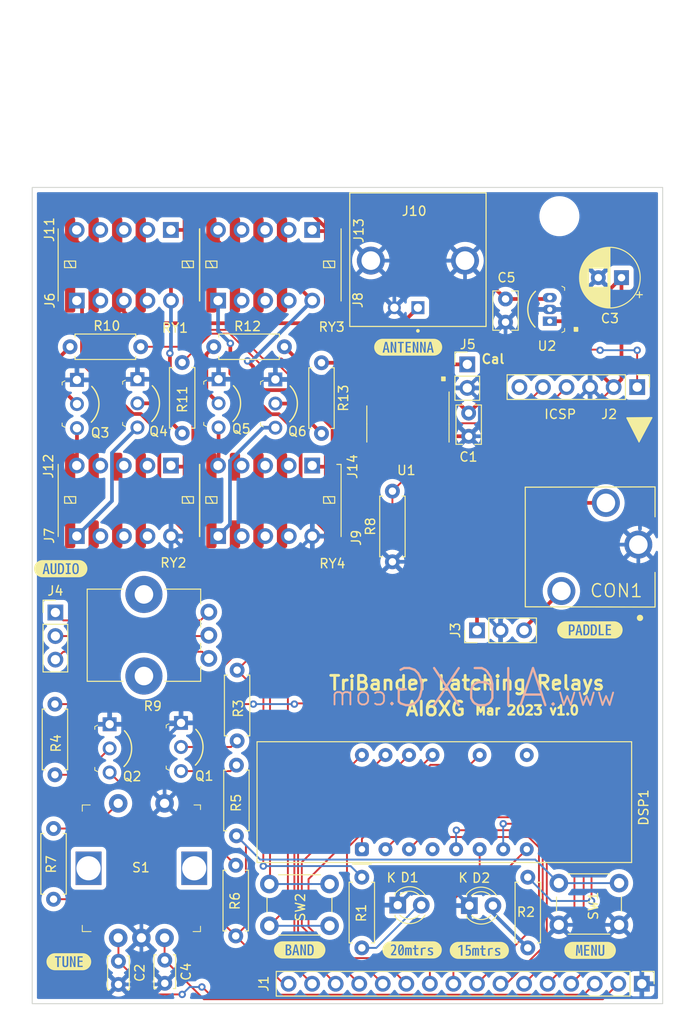
<source format=kicad_pcb>
(kicad_pcb (version 20211014) (generator pcbnew)
  (layers (0 "F.Cu" signal) (31 "B.Cu" signal) (34 "B.Paste" user) (35 "F.Paste" user) (36 "B.SilkS" user "B.Silkscreen") (37 "F.SilkS" user "F.Silkscreen") (38 "B.Mask" user) (39 "F.Mask" user) (44 "Edge.Cuts" user))
  (net 0 "")
  (net 1 "Net-(Q6-Pad2)")
  (net 2 "R4.7")
  (net 3 "GND")
  (net 4 "Net-(Q5-Pad2)")
  (net 5 "R4.6")
  (net 6 "Net-(Q4-Pad2)")
  (net 7 "R2.7")
  (net 8 "Net-(Q3-Pad2)")
  (net 9 "R2.6")
  (net 10 "Net-(Q2-Pad2)")
  (net 11 "Net-(Q2-Pad3)")
  (net 12 "Net-(Q1-Pad2)")
  (net 13 "Net-(Q1-Pad3)")
  (net 14 "VDD")
  (net 15 "+5V")
  (net 17 "Net-(R7-Pad2)")
  (net 18 "ECa")
  (net 19 "ECb")
  (net 20 "R3.3")
  (net 21 "R3.4")
  (net 22 "R3.5")
  (net 23 "R3.6")
  (net 24 "R3.7")
  (net 25 "R3.8")
  (net 26 "R3.9")
  (net 27 "R3.10")
  (net 28 "R4.3")
  (net 29 "R4.4")
  (net 30 "R4.5")
  (net 31 "R4.8")
  (net 32 "R4.9")
  (net 33 "R4.10")
  (net 34 "R1.6")
  (net 35 "R2.3")
  (net 36 "R2.4")
  (net 37 "R2.5")
  (net 38 "R2.8")
  (net 39 "R2.9")
  (net 40 "R2.10")
  (net 41 "R1.7")
  (net 42 "R1.3")
  (net 43 "R1.4")
  (net 44 "R1.5")
  (net 45 "R1.8")
  (net 46 "R1.9")
  (net 47 "R1.10")
  (net 48 "Vol1")
  (net 49 "Wiper")
  (net 50 "Vol3")
  (net 51 "Net-(R8-Pad2)")
  (net 53 "VPP")
  (net 54 "R34r")
  (net 55 "R34s")
  (net 56 "Cal")
  (net 57 "15m")
  (net 58 "20m")
  (net 59 "R12r")
  (net 60 "R12s")
  (net 61 "ICSPCLK")
  (net 62 "ICSPDAT")
  (net 63 "Net-(D1-Pad2)")
  (net 64 "Net-(D2-Pad2)")
  (net 65 "D1")
  (net 66 "D2")
  (net 67 "d")
  (net 69 "e")
  (net 70 "D3")
  (net 71 "dp")
  (net 72 "D4")
  (net 74 "f")
  (net 75 "c")
  (net 76 "a")
  (net 77 "g")
  (net 78 "b")
  (net 79 "SW")
  (net 81 "Dit")
  (net 82 "Dah")
  (footprint "digikey-footprints:Rotary_Encoder_Switched_PEC11R" (layer "F.Cu") (at 56.525 122.9)
    (fp_text reference "S1")
    (fp_text value "Encoder" hide)
  )
  (footprint "Package_SO:SOIC-14_3.9x8.7mm_P1.27mm" (layer "F.Cu") (at 90.975 75 -90)
    (fp_text reference "U1")
    (fp_text value "PIC16F688-ISL" hide)
  )
  (footprint "kibuzzard-6406DC2D" (layer "F.Cu") (at 53.525 90.6)
    (fp_text reference "kibuzzard-6406DC2D" hide)
    (fp_text value "G***" hide)
  )
  (footprint "AI6XG:R THT .25W minP" (layer "F.Cu") (at 72.55 101.54 -90)
    (fp_text reference "R3")
    (fp_text value "4k7" hide)
  )
  (footprint "Potentiometer_THT:Potentiometer_Bourns_PTV09A-1_Single_Vertical" (layer "F.Cu") (at 69.5 95.275 180)
    (fp_text reference "R9")
    (fp_text value "10k" hide)
  )
  (footprint "CUI_SJ1-3523:CUI_SJ1-3513N round pin" (layer "F.Cu") (at 115.825 88.0071 180)
    (fp_text reference "CON1")
    (fp_text value "Paddle" hide)
  )
  (footprint "Connector_PinHeader_2.54mm:PinHeader_1x05_P2.54mm_Vertical" (layer "F.Cu") (at 55.26 87.09 90)
    (fp_text reference "J7")
    (fp_text value "Conn_01x05" hide)
  )
  (footprint "Capacitor_THT:C_Rect_L4.0mm_W2.5mm_P2.50mm" (layer "F.Cu") (at 101.5 61.525 -90)
    (fp_text reference "C5")
    (fp_text value "0.1u" hide)
  )
  (footprint "Connector_PinHeader_2.54mm:PinHeader_1x05_P2.54mm_Vertical" (layer "F.Cu") (at 80.645 54.08 -90)
    (fp_text reference "J13")
    (fp_text value "Conn_01x05" hide)
  )
  (footprint "Connector_PinHeader_2.54mm:PinHeader_1x16_P2.54mm_Vertical" (layer "F.Cu") (at 116.2 135.35 -90)
    (fp_text reference "J1")
    (fp_text value "Conn_01x16" hide)
  )
  (footprint "AI6XG:R THT .25W minP" (layer "F.Cu") (at 62.15 66.675 180)
    (fp_text reference "R10")
    (fp_text value "4k7" hide)
  )
  (footprint "Relay_SMD:Relay_DPDT_Kemet_EE2_NU_DoubleCoil" (layer "F.Cu") (at 60.89 83.245 -90)
    (fp_text reference "RY2")
    (fp_text value "TX2SA-L2-5" hide)
  )
  (footprint "Connector_PinHeader_2.54mm:PinHeader_1x06_P2.54mm_Vertical" (layer "F.Cu") (at 115.7 71.025 -90)
    (fp_text reference "J2")
    (fp_text value "ICSP" hide)
  )
  (footprint "AI6XG:R THT .25W minP" (layer "F.Cu") (at 89.3 89.86 90)
    (fp_text reference "R8")
    (fp_text value "10k" hide)
  )
  (footprint "Connector_PinHeader_2.54mm:PinHeader_1x05_P2.54mm_Vertical" (layer "F.Cu") (at 65.41 79.48 -90)
    (fp_text reference "J12")
    (fp_text value "Conn_01x05" hide)
  )
  (footprint "Connector_PinHeader_2.54mm:PinHeader_1x05_P2.54mm_Vertical" (layer "F.Cu") (at 70.495 61.7 90)
    (fp_text reference "J8")
    (fp_text value "Conn_01x05" hide)
  )
  (footprint "AI6XG:R THT .25W minP" (layer "F.Cu") (at 81.65 68.4 -90)
    (fp_text reference "R13")
    (fp_text value "4k7" hide)
  )
  (footprint "AI6XG:R THT .25W minP" (layer "F.Cu") (at 52.9 105.2 -90)
    (fp_text reference "R4")
    (fp_text value "4k7" hide)
  )
  (footprint "Connector_PinHeader_2.54mm:PinHeader_1x02_P2.54mm_Vertical" (layer "F.Cu") (at 97.375 68.575)
    (fp_text reference "J5")
    (fp_text value "Cal_Out" hide)
  )
  (footprint "digikey-footprints:TO-92-3_Formed_Leads" (layer "F.Cu") (at 58.8 107.375 -90)
    (fp_text reference "Q2")
    (fp_text value "2N4401TFR" hide)
  )
  (footprint "Capacitor_THT:CP_Radial_D6.3mm_P2.50mm" (layer "F.Cu") (at 114.00738 59.225 180)
    (fp_text reference "C3")
    (fp_text value "10u 16V" hide)
  )
  (footprint "kibuzzard-6406DA0A" (layer "F.Cu") (at 110.625 131.75)
    (fp_text reference "kibuzzard-6406DA0A" hide)
    (fp_text value "G***" hide)
  )
  (footprint "Connector_PinHeader_2.54mm:PinHeader_1x05_P2.54mm_Vertical" (layer "F.Cu") (at 70.5 87.09 90)
    (fp_text reference "J9")
    (fp_text value "Conn_01x05" hide)
  )
  (footprint "MountingHole:MountingHole_3.5mm" (layer "F.Cu") (at 107.31 52.6)
    (fp_text reference "REF**" hide)
    (fp_text value "MountingHole_3.5mm" hide)
  )
  (footprint "Connector_PinHeader_2.54mm:PinHeader_1x03_P2.54mm_Vertical" (layer "F.Cu") (at 52.95 95.325)
    (fp_text reference "J4")
    (fp_text value "Volume" hide)
  )
  (footprint "Capacitor_THT:C_Disc_D3.4mm_W2.1mm_P2.50mm" (layer "F.Cu") (at 59.75 132.925 -90)
    (fp_text reference "C2")
    (fp_text value ".001u" hide)
  )
  (footprint "AI6XG:R THT .25W minP" (layer "F.Cu") (at 66.625 68.375 -90)
    (fp_text reference "R11")
    (fp_text value "4k7" hide)
  )
  (footprint "AI6XG:R THT .25W minP" (layer "F.Cu") (at 52.75 126.235 90)
    (fp_text reference "R7")
    (fp_text value "10k" hide)
  )
  (footprint "Display_7Segment:LTC-4627Jx" (layer "F.Cu") (at 86.01 120.8475 90)
    (fp_text reference "DSP1")
    (fp_text value "LTC-4627JR" hide)
  )
  (footprint "kibuzzard-6406D9A6" (layer "F.Cu") (at 110.6 97.2)
    (fp_text reference "kibuzzard-6406D9A6" hide)
    (fp_text value "G***" hide)
  )
  (footprint "digikey-footprints:TO-92-3_Formed_Leads" (layer "F.Cu") (at 70.55 70.175 -90)
    (fp_text reference "Q5")
    (fp_text value "2N4401TFR" hide)
  )
  (footprint "Button_Switch_THT:SW_PUSH_6mm" (layer "F.Cu") (at 76.025 124.6)
    (fp_text reference "SW2")
    (fp_text value "Band Select" hide)
  )
  (footprint "AI6XG:R THT .25W minP" (layer "F.Cu") (at 77.65 66.675 180)
    (fp_text reference "R12")
    (fp_text value "4k7" hide)
  )
  (footprint "LED_THT:LED_D3.0mm" (layer "F.Cu") (at 97.6 126.925)
    (fp_text reference "D2")
    (fp_text value "LED" hide)
  )
  (footprint "AI6XG:CONN_1-1337543-0" (layer "F.Cu") (at 92.05 62.4665 -90)
    (fp_text reference "J10")
    (fp_text value "Antenna" hide)
  )
  (footprint "Capacitor_THT:C_Rect_L4.0mm_W2.5mm_P2.50mm" (layer "F.Cu") (at 97.525 73.825 -90)
    (fp_text reference "C1")
    (fp_text value "0.1u" hide)
  )
  (footprint "AI6XG:R THT .25W minP" (layer "F.Cu") (at 72.475 119.4 90)
    (fp_text reference "R5")
    (fp_text value "47k" hide)
  )
  (footprint "Connector_PinHeader_2.54mm:PinHeader_1x05_P2.54mm_Vertical" (layer "F.Cu") (at 80.65 79.48 -90)
    (fp_text reference "J14")
    (fp_text value "Conn_01x05" hide)
  )
  (footprint "digikey-footprints:TO-92-3_Formed_Leads" (layer "F.Cu") (at 55.275 70.25 -90)
    (fp_text reference "Q3")
    (fp_text value "2N4401TFR" hide)
  )
  (footprint "kibuzzard-6406DC87" (layer "F.Cu") (at 91 66.725)
    (fp_text reference "kibuzzard-6406DC87" hide)
    (fp_text value "G***" hide)
  )
  (footprint "Capacitor_THT:C_Disc_D3.4mm_W2.1mm_P2.50mm" (layer "F.Cu") (at 64.75 132.8 -90)
    (fp_text reference "C4")
    (fp_text value ".001u" hide)
  )
  (footprint "kibuzzard-6406D9EC" (layer "F.Cu") (at 79.3 131.7)
    (fp_text reference "kibuzzard-6406D9EC" hide)
    (fp_text value "G***" hide)
  )
  (footprint "digikey-footprints:TO-92-3" (layer "F.Cu") (at 106.275 63.92 90)
    (fp_text reference "U2")
    (fp_text value "LM78L05ACZ_NOPB" hide)
  )
  (footprint "Relay_SMD:Relay_DPDT_Kemet_EE2_NU_DoubleCoil" (layer "F.Cu") (at 76.125 57.85 -90)
    (fp_text reference "RY3")
    (fp_text value "TX2SA-L2-5" hide)
  )
  (footprint "Button_Switch_THT:SW_PUSH_6mm" (layer "F.Cu") (at 107.25 124.5)
    (fp_text reference "SW1")
    (fp_text value "Menu" hide)
  )
  (footprint "AI6XG:R THT .25W minP" (layer "F.Cu") (at 103.9 131.485 90)
    (fp_text reference "R2")
    (fp_text value "2k2" hide)
  )
  (footprint "LED_THT:LED_D3.0mm" (layer "F.Cu") (at 89.875 126.875)
    (fp_text reference "D1")
    (fp_text value "LED" hide)
  )
  (footprint "Connector_PinHeader_2.54mm:PinHeader_1x03_P2.54mm_Vertical" (layer "F.Cu") (at 98.425 97.25 90)
    (fp_text reference "J3")
    (fp_text value "Paddle" hide)
  )
  (footprint "Relay_SMD:Relay_DPDT_Kemet_EE2_NU_DoubleCoil" (layer "F.Cu") (at 76.125 83.25 -90)
    (fp_text reference "RY4")
    (fp_text value "TX2SA-L2-5" hide)
  )
  (footprint "kibuzzard-6406DC4B" (layer "F.Cu") (at 91.425 131.7)
    (fp_text reference "kibuzzard-6406DC4B" hide)
    (fp_text value "G***" hide)
  )
  (footprint "AI6XG:R THT .25W minP" (layer "F.Cu") (at 72.4 130.195 90)
    (fp_text reference "R6")
    (fp_text value "33k" hide)
  )
  (footprint "digikey-footprints:TO-92-3_Formed_Leads" (layer "F.Cu") (at 66.5 107.225 -90)
    (fp_text reference "Q1")
    (fp_text value "2N4401TFR" hide)
  )
  (footprint "Connector_PinHeader_2.54mm:PinHeader_1x05_P2.54mm_Vertical" (layer "F.Cu") (at 65.405 54.08 -90)
    (fp_text reference "J11")
    (fp_text value "Conn_01x05" hide)
  )
  (footprint "AI6XG:R THT .25W minP" (layer "F.Cu") (at 86 131.485 90)
    (fp_text reference "R1")
    (fp_text value "2k2" hide)
  )
  (footprint "kibuzzard-6407CA45" (layer "F.Cu") (at 54.4 132.975)
    (fp_text reference "kibuzzard-6407CA45" hide)
    (fp_text value "G***" hide)
  )
  (footprint "digikey-footprints:TO-92-3_Formed_Leads" (layer "F.Cu") (at 76.675 70.2 -90)
    (fp_text reference "Q6")
    (fp_text value "2N4401TFR" hide)
  )
  (footprint "digikey-footprints:TO-92-3_Formed_Leads" (layer "F.Cu") (at 61.8 70.175 -90)
    (fp_text reference "Q4")
    (fp_text value "2N4401TFR" hide)
  )
  (footprint "kibuzzard-6406DC57" (layer "F.Cu") (at 98.675 131.75)
    (fp_text reference "kibuzzard-6406DC57" hide)
    (fp_text value "G***" hide)
  )
  (footprint "Connector_PinHeader_2.54mm:PinHeader_1x05_P2.54mm_Vertical" (layer "F.Cu") (at 55.255 61.7 90)
    (fp_text reference "J6")
    (fp_text value "Conn_01x05" hide)
  )
  (footprint "Relay_SMD:Relay_DPDT_Kemet_EE2_NU_DoubleCoil" (layer "F.Cu") (at 60.885 57.85 -90)
    (fp_text reference "RY1")
    (fp_text value "TX2SA-L2-5" hide)
  )
  (gr_rect (start 94.625 69.95) (end 94.975 70.325) (layer "F.SilkS") (width 0.15) (fill solid))
  (gr_poly (pts (xy 115.9 76.9) (xy 114.6 74.35) (xy 117.275 74.325)) (layer "F.SilkS") (width 0.15) (fill solid))
  (gr_rect (start 108.925 64.6125) (end 109.275 64.9875) (layer "F.SilkS") (width 0.15) (fill solid))
  (gr_rect (start 118.35 137.5) (end 118.35 137.5) (layer "Edge.Cuts") (width 0.1) (fill none))
  (gr_rect (start 50.45 49.5) (end 118.45 137.5) (layer "Edge.Cuts") (width 0.1) (fill none))
  (gr_text "www." (at 109.775 104.375) (layer "B.SilkS") (effects (font (size 2 2) (thickness 0.2)) (justify mirror)))
  (gr_text "AI6XG" (at 97.7 103.475) (layer "B.SilkS") (effects (font (size 4 4) (thickness 0.25)) (justify mirror)))
  (gr_text ".com" (at 86.15 104.325) (layer "B.SilkS") (effects (font (size 2 2) (thickness 0.2)) (justify mirror)))
  (gr_text "AI6XG" (at 93.95 105.7) (layer "F.SilkS") (effects (font (size 1.5 1.5) (thickness 0.3))))
  (gr_text "K" (at 96.925 123.925) (layer "F.SilkS") (effects (font (size 1 1))))
  (gr_text "K" (at 89.175 123.925) (layer "F.SilkS") (effects (font (size 1 1))))
  (gr_text "Mar 2023 v1.0" (at 103.825 105.875) (layer "F.SilkS") (effects (font (size 1 1) (thickness 0.25))))
  (gr_text "ICSP" (at 107.4 73.95) (layer "F.SilkS") (effects (font (size 1 1))))
  (gr_text "Cal" (at 100.15 68) (layer "F.SilkS") (effects (font (size 1 1) (thickness 0.2))))
  (gr_text "TriBander Latching Relays" (at 97.325 102.925) (layer "F.SilkS") (effects (font (size 1.5 1.5) (thickness 0.3))))
  (segment (start 78.43 72.8) (end 81.65 76.02) (width 0.4) (layer "F.Cu") (net 1))
  (segment (start 76.675 72.8) (end 78.43 72.8) (width 0.4) (layer "F.Cu") (net 1))
  (segment (start 69.97 87.09) (end 69.775 86.895) (width 0.4) (layer "F.Cu") (net 2))
  (segment (start 70.5 87.09) (end 69.97 87.09) (width 0.4) (layer "F.Cu") (net 2))
  (segment (start 76.675 75.4) (end 75.342233 75.4) (width 0.4) (layer "B.Cu") (net 2))
  (segment (start 71.78 85.81) (end 70.5 87.09) (width 0.4) (layer "B.Cu") (net 2))
  (segment (start 75.342233 75.4) (end 71.78 78.962233) (width 0.4) (layer "B.Cu") (net 2))
  (segment (start 71.78 78.962233) (end 71.78 85.81) (width 0.4) (layer "B.Cu") (net 2))
  (segment (start 95.935 76.325) (end 94.785 77.475) (width 0.4) (layer "F.Cu") (net 3))
  (segment (start 97.525 76.325) (end 95.935 76.325) (width 0.4) (layer "F.Cu") (net 3))
  (segment (start 93.575 89.86) (end 100.965 97.25) (width 0.4) (layer "B.Cu") (net 3))
  (segment (start 55.275 70.25) (end 61.725 70.25) (width 0.4) (layer "B.Cu") (net 3))
  (segment (start 101.5 66.99) (end 101.5 64.025) (width 0.4) (layer "B.Cu") (net 3))
  (segment (start 86.97 57.3865) (end 97.13 57.3865) (width 0.4) (layer "B.Cu") (net 3))
  (segment (start 98.725 75.125) (end 98.725 72.465) (width 0.4) (layer "B.Cu") (net 3))
  (segment (start 62.225 130.4) (end 62.225 132.775) (width 0.4) (layer "B.Cu") (net 3))
  (segment (start 96.25 125.575) (end 91.175 125.575) (width 0.4) (layer "B.Cu") (net 3))
  (segment (start 89.51 62.4665) (end 94.59 57.3865) (width 0.4) (layer "B.Cu") (net 3))
  (segment (start 65.42 87.09) (end 67.63 89.3) (width 0.4) (layer "B.Cu") (net 3))
  (segment (start 115.825 126.925) (end 115.825 88.0071) (width 0.4) (layer "B.Cu") (net 3))
  (segment (start 113.75 129) (end 115.825 126.925) (width 0.4) (layer "B.Cu") (net 3))
  (segment (start 66.5 107.225) (end 64.725 109) (width 0.4) (layer "B.Cu") (net 3))
  (segment (start 97.525 76.325) (end 105.32 76.325) (width 0.4) (layer "B.Cu") (net 3))
  (segment (start 66.5 107.225) (end 66.5 88.17) (width 0.4) (layer "B.Cu") (net 3))
  (segment (start 67.63 89.3) (end 78.45 89.3) (width 0.4) (layer "B.Cu") (net 3))
  (segment (start 89.51 59.9265) (end 86.97 57.3865) (width 0.4) (layer "B.Cu") (net 3))
  (segment (start 113.75 129) (end 107.25 129) (width 0.4) (layer "B.Cu") (net 3))
  (segment (start 110.62 71.025) (end 116 76.405) (width 0.4) (layer "B.Cu") (net 3))
  (segment (start 116.2 135.35) (end 116.2 131.45) (width 0.4) (layer "B.Cu") (net 3))
  (segment (start 62.225 132.775) (end 64.75 135.3) (width 0.4) (layer "B.Cu") (net 3))
  (segment (start 59.75 135.425) (end 64.625 135.425) (width 0.4) (layer "B.Cu") (net 3))
  (segment (start 61.8 70.175) (end 70.55 70.175) (width 0.4) (layer "B.Cu") (net 3))
  (segment (start 89.3 89.86) (end 93.575 89.86) (width 0.4) (layer "B.Cu") (net 3))
  (segment (start 65.75 126.875) (end 89.875 126.875) (width 0.4) (layer "B.Cu") (net 3))
  (segment (start 115.825 88.0071) (end 109.005819 88.0071) (width 0.4) (layer "B.Cu") (net 3))
  (segment (start 98.725 75.125) (end 97.525 76.325) (width 0.4) (layer "B.Cu") (net 3))
  (segment (start 108.08238 62.65) (end 111.50738 59.225) (width 0.4) (layer "B.Cu") (net 3))
  (segment (start 61.725 70.25) (end 61.8 70.175) (width 0.4) (layer "B.Cu") (net 3))
  (segment (start 91.175 125.575) (end 89.875 126.875) (width 0.4) (layer "B.Cu") (net 3))
  (segment (start 81.7765 70.2) (end 89.51 62.4665) (width 0.4) (layer "B.Cu") (net 3))
  (segment (start 64.625 135.425) (end 64.75 135.3) (width 0.4) (layer "B.Cu") (net 3))
  (segment (start 116.2 131.45) (end 113.75 129) (width 0.4) (layer "B.Cu") (net 3))
  (segment (start 116 76.405) (end 116 86.325) (width 0.4) (layer "B.Cu") (net 3))
  (segment (start 97.13 57.3865) (end 97.13 59.655) (width 0.4) (layer "B.Cu") (net 3))
  (segment (start 97.375 71.115) (end 101.5 66.99) (width 0.4) (layer "B.Cu") (net 3))
  (segment (start 100.965 96.047919) (end 100.965 97.25) (width 0.4) (layer "B.Cu") (net 3))
  (segment (start 62.225 118.4) (end 64.725 115.9) (width 0.4) (layer "B.Cu") (net 3))
  (segment (start 62.225 130.4) (end 65.75 126.875) (width 0.4) (layer "B.Cu") (net 3))
  (segment (start 76.65 70.175) (end 76.675 70.2) (width 0.4) (layer "B.Cu") (net 3))
  (segment (start 97.6 126.925) (end 96.25 125.575) (width 0.4) (layer "B.Cu") (net 3))
  (segment (start 98.725 72.465) (end 97.375 71.115) (width 0.4) (layer "B.Cu") (net 3))
  (segment (start 76.675 70.2) (end 81.7765 70.2) (width 0.4) (layer "B.Cu") (net 3))
  (segment (start 97.13 59.655) (end 101.5 64.025) (width 0.4) (layer "B.Cu") (net 3))
  (segment (start 70.55 70.175) (end 76.65 70.175) (width 0.4) (layer "B.Cu") (net 3))
  (segment (start 62.225 130.4) (end 62.225 118.4) (width 0.4) (layer "B.Cu") (net 3))
  (segment (start 107.25 129) (end 103.825 125.575) (width 0.4) (layer "B.Cu") (net 3))
  (segment (start 102.875 62.65) (end 106.275 62.65) (width 0.4) (layer "B.Cu") (net 3))
  (segment (start 106.275 62.65) (end 108.08238 62.65) (width 0.4) (layer "B.Cu") (net 3))
  (segment (start 80.66 87.09) (end 86.53 87.09) (width 0.4) (layer "B.Cu") (net 3))
  (segment (start 101.5 64.025) (end 102.875 62.65) (width 0.4) (layer "B.Cu") (net 3))
  (segment (start 94.59 57.3865) (end 97.13 57.3865) (width 0.4) (layer "B.Cu") (net 3))
  (segment (start 109.005819 88.0071) (end 100.965 96.047919) (width 0.4) (layer "B.Cu") (net 3))
  (segment (start 64.725 109) (end 64.725 115.9) (width 0.4) (layer "B.Cu") (net 3))
  (segment (start 89.51 62.4665) (end 89.51 59.9265) (width 0.4) (layer "B.Cu") (net 3))
  (segment (start 66.5 88.17) (end 65.42 87.09) (width 0.4) (layer "B.Cu") (net 3))
  (segment (start 105.32 76.325) (end 110.62 71.025) (width 0.4) (layer "B.Cu") (net 3))
  (segment (start 58.8 107.375) (end 66.35 107.375) (width 0.4) (layer "B.Cu") (net 3))
  (segment (start 78.45 89.3) (end 80.66 87.09) (width 0.4) (layer "B.Cu") (net 3))
  (segment (start 86.53 87.09) (end 89.3 89.86) (width 0.4) (layer "B.Cu") (net 3))
  (segment (start 66.35 107.375) (end 66.5 107.225) (width 0.4) (layer "B.Cu") (net 3))
  (segment (start 103.825 125.575) (end 96.25 125.575) (width 0.4) (layer "B.Cu") (net 3))
  (segment (start 69.230001 71.455001) (end 70.55 72.775) (width 0.4) (layer "F.Cu") (net 4))
  (segment (start 69.230001 67.474999) (end 69.230001 71.455001) (width 0.4) (layer "F.Cu") (net 4))
  (segment (start 70.03 66.675) (end 69.230001 67.474999) (width 0.4) (layer "F.Cu") (net 4))
  (segment (start 70.49 79.48) (end 69.9 79.48) (width 0.4) (layer "F.Cu") (net 5))
  (segment (start 69.9 79.48) (end 69.775 79.605) (width 0.4) (layer "F.Cu") (net 5))
  (segment (start 70.55 75.375) (end 70.55 78.83) (width 0.4) (layer "F.Cu") (net 5))
  (segment (start 70.55 78.83) (end 69.775 79.605) (width 0.4) (layer "F.Cu") (net 5))
  (segment (start 61.8 72.775) (end 63.405 72.775) (width 0.4) (layer "F.Cu") (net 6))
  (segment (start 63.405 72.775) (end 66.625 75.995) (width 0.4) (layer "F.Cu") (net 6))
  (segment (start 55.26 87.09) (end 54.74 87.09) (width 0.4) (layer "F.Cu") (net 7))
  (segment (start 54.74 87.09) (end 54.54 86.89) (width 0.4) (layer "F.Cu") (net 7))
  (segment (start 59.05 78.125) (end 59.05 83.3) (width 0.4) (layer "B.Cu") (net 7))
  (segment (start 61.8 75.375) (end 59.05 78.125) (width 0.4) (layer "B.Cu") (net 7))
  (segment (start 59.05 83.3) (end 55.26 87.09) (width 0.4) (layer "B.Cu") (net 7))
  (segment (start 53.15 70.725) (end 55.275 72.85) (width 0.4) (layer "F.Cu") (net 8))
  (segment (start 53.15 68.055) (end 53.15 70.725) (width 0.4) (layer "F.Cu") (net 8))
  (segment (start 54.53 66.675) (end 53.15 68.055) (width 0.4) (layer "F.Cu") (net 8))
  (segment (start 55.25 79.48) (end 54.66 79.48) (width 0.4) (layer "F.Cu") (net 9))
  (segment (start 55.275 75.45) (end 55.275 78.865) (width 0.4) (layer "F.Cu") (net 9))
  (segment (start 54.66 79.48) (end 54.54 79.6) (width 0.4) (layer "F.Cu") (net 9))
  (segment (start 55.275 78.865) (end 54.54 79.6) (width 0.4) (layer "F.Cu") (net 9))
  (segment (start 52.9 112.82) (end 55.955 112.82) (width 0.2) (layer "F.Cu") (net 10))
  (segment (start 55.955 112.82) (end 58.8 109.975) (width 0.2) (layer "F.Cu") (net 10))
  (segment (start 69.525 119.7) (end 72.4 122.575) (width 0.2) (layer "F.Cu") (net 11))
  (segment (start 58.8 112.575) (end 65.925 119.7) (width 0.2) (layer "F.Cu") (net 11))
  (segment (start 65.925 119.7) (end 69.525 119.7) (width 0.2) (layer "F.Cu") (net 11))
  (segment (start 71.885 109.825) (end 72.55 109.16) (width 0.2) (layer "F.Cu") (net 12))
  (segment (start 66.5 109.825) (end 71.885 109.825) (width 0.2) (layer "F.Cu") (net 12))
  (segment (start 66.5 112.425) (end 71.83 112.425) (width 0.2) (layer "F.Cu") (net 13))
  (segment (start 71.83 112.425) (end 72.475 111.78) (width 0.2) (layer "F.Cu") (net 13))
  (segment (start 106.13 61.525) (end 106.275 61.38) (width 0.4) (layer "F.Cu") (net 14))
  (segment (start 69.135 52.305) (end 80.575 52.305) (width 0.4) (layer "F.Cu") (net 14))
  (segment (start 83.42 60.55) (end 100.525 60.55) (width 0.4) (layer "F.Cu") (net 14))
  (segment (start 101.5 61.525) (end 106.13 61.525) (width 0.4) (layer "F.Cu") (net 14))
  (segment (start 80.77 54.205) (end 80.645 54.08) (width 0.4) (layer "F.Cu") (net 14))
  (segment (start 67.11 54.08) (end 67.235 54.205) (width 0.4) (layer "F.Cu") (net 14))
  (segment (start 80.575 52.305) (end 82.475 54.205) (width 0.4) (layer "F.Cu") (net 14))
  (segment (start 82.475 54.205) (end 80.77 54.205) (width 0.4) (layer "F.Cu") (net 14))
  (segment (start 65.405 54.08) (end 67.11 54.08) (width 0.4) (layer "F.Cu") (net 14))
  (segment (start 100.525 60.55) (end 101.5 61.525) (width 0.4) (layer "F.Cu") (net 14))
  (segment (start 67.235 54.205) (end 69.135 52.305) (width 0.4) (layer "F.Cu") (net 14))
  (segment (start 67.235 54.205) (end 67.235 61.495) (width 0.4) (layer "F.Cu") (net 14))
  (segment (start 82.475 61.495) (end 83.42 60.55) (width 0.4) (layer "F.Cu") (net 14))
  (segment (start 82.475 54.205) (end 82.475 61.495) (width 0.4) (layer "F.Cu") (net 14))
  (segment (start 114.00738 70.17762) (end 113.16 71.025) (width 0.4) (layer "F.Cu") (net 15))
  (segment (start 97.525 73.825) (end 102.098575 69.251425) (width 0.4) (layer "F.Cu") (net 15))
  (segment (start 114.00738 59.225) (end 109.31238 63.92) (width 0.4) (layer "F.Cu") (net 15))
  (segment (start 114.00738 59.225) (end 114.00738 70.17762) (width 0.4) (layer "F.Cu") (net 15))
  (segment (start 104.31 79.875) (end 113.16 71.025) (width 0.2) (layer "F.Cu") (net 15))
  (segment (start 78.025 127.1) (end 78.025 97.225) (width 0.2) (layer "F.Cu") (net 15))
  (segment (start 94.785 72.525) (end 96.225 72.525) (width 0.4) (layer "F.Cu") (net 15))
  (segment (start 96.225 72.525) (end 97.525 73.825) (width 0.4) (layer "F.Cu") (net 15))
  (segment (start 78.025 97.225) (end 95.375 79.875) (width 0.2) (layer "F.Cu") (net 15))
  (segment (start 76.025 129.1) (end 78.025 127.1) (width 0.2) (layer "F.Cu") (net 15))
  (segment (start 102.098575 69.251425) (end 111.386425 69.251425) (width 0.4) (layer "F.Cu") (net 15))
  (segment (start 109.31238 63.92) (end 106.275 63.92) (width 0.4) (layer "F.Cu") (net 15))
  (segment (start 95.375 79.875) (end 104.31 79.875) (width 0.2) (layer "F.Cu") (net 15))
  (segment (start 111.386425 69.251425) (end 113.16 71.025) (width 0.4) (layer "F.Cu") (net 15))
  (segment (start 76.025 129.1) (end 82.525 129.1) (width 0.2) (layer "B.Cu") (net 15))
  (segment (start 52.75 118.615) (end 57.01 118.615) (width 0.2) (layer "F.Cu") (net 17))
  (segment (start 57.01 118.615) (end 59.725 115.9) (width 0.2) (layer "F.Cu") (net 17))
  (segment (start 59.75 130.425) (end 59.725 130.4) (width 0.2) (layer "F.Cu") (net 18))
  (segment (start 63.325 136.5) (end 59.75 132.925) (width 0.2) (layer "F.Cu") (net 18))
  (segment (start 109.945 136.525) (end 111.12 135.35) (width 0.2) (layer "F.Cu") (net 18))
  (segment (start 63.325 136.5) (end 66.625 136.5) (width 0.2) (layer "F.Cu") (net 18))
  (segment (start 68.775 135.675) (end 69.625 136.525) (width 0.2) (layer "F.Cu") (net 18))
  (segment (start 69.625 136.525) (end 109.945 136.525) (width 0.2) (layer "F.Cu") (net 18))
  (segment (start 59.75 132.925) (end 59.75 130.425) (width 0.2) (layer "F.Cu") (net 18))
  (via (at 66.625 136.5) (size 0.8) (drill 0.4) (layers "F.Cu" "B.Cu") (net 18))
  (via (at 68.75 135.7) (size 0.8) (drill 0.4) (layers "F.Cu" "B.Cu") (net 18))
  (segment (start 67.425 135.7) (end 68.75 135.7) (width 0.2) (layer "B.Cu") (net 18))
  (segment (start 66.625 136.5) (end 67.425 135.7) (width 0.2) (layer "B.Cu") (net 18))
  (segment (start 64.725 132.775) (end 64.75 132.8) (width 0.2) (layer "F.Cu") (net 19))
  (segment (start 68.969 137.019) (end 64.75 132.8) (width 0.2) (layer "F.Cu") (net 19))
  (segment (start 113.66 135.35) (end 111.991 137.019) (width 0.2) (layer "F.Cu") (net 19))
  (segment (start 111.991 137.019) (end 68.969 137.019) (width 0.2) (layer "F.Cu") (net 19))
  (segment (start 64.725 130.4) (end 64.725 132.775) (width 0.2) (layer "F.Cu") (net 19))
  (segment (start 78.105 54.08) (end 77.52 54.08) (width 0.4) (layer "F.Cu") (net 20))
  (segment (start 77.52 54.08) (end 77.395 54.205) (width 0.4) (layer "F.Cu") (net 20))
  (segment (start 74.98 54.08) (end 74.855 54.205) (width 0.4) (layer "F.Cu") (net 21))
  (segment (start 75.565 54.08) (end 74.98 54.08) (width 0.4) (layer "F.Cu") (net 21))
  (segment (start 73.025 54.08) (end 72.44 54.08) (width 0.4) (layer "F.Cu") (net 22))
  (segment (start 72.44 54.08) (end 72.315 54.205) (width 0.4) (layer "F.Cu") (net 22))
  (segment (start 70.485 54.08) (end 70.485 55.282081) (width 0.4) (layer "F.Cu") (net 23))
  (segment (start 75.45 71.35) (end 74.275 70.175) (width 0.4) (layer "F.Cu") (net 23))
  (segment (start 82.85 79.23) (end 82.85 75.45) (width 0.4) (layer "F.Cu") (net 23))
  (segment (start 78.75 71.35) (end 75.45 71.35) (width 0.4) (layer "F.Cu") (net 23))
  (segment (start 73.527919 58.325) (end 77.425 58.325) (width 0.4) (layer "F.Cu") (net 23))
  (segment (start 74.275 70.175) (end 74.275 68.8) (width 0.4) (layer "F.Cu") (net 23))
  (segment (start 82.475 79.605) (end 80.775 79.605) (width 0.4) (layer "F.Cu") (net 23))
  (segment (start 70.485 54.08) (end 69.9 54.08) (width 0.4) (layer "F.Cu") (net 23))
  (segment (start 77.425 58.47) (end 80.655 61.7) (width 0.4) (layer "F.Cu") (net 23))
  (segment (start 82.475 79.605) (end 82.85 79.23) (width 0.4) (layer "F.Cu") (net 23))
  (segment (start 80.775 79.605) (end 80.65 79.48) (width 0.4) (layer "F.Cu") (net 23))
  (segment (start 82.85 75.45) (end 78.763578 71.363578) (width 0.4) (layer "F.Cu") (net 23))
  (segment (start 70.485 55.282081) (end 73.527919 58.325) (width 0.4) (layer "F.Cu") (net 23))
  (segment (start 69.9 54.08) (end 69.775 54.205) (width 0.4) (layer "F.Cu") (net 23))
  (segment (start 77.425 58.325) (end 77.425 58.47) (width 0.4) (layer "F.Cu") (net 23))
  (segment (start 74.275 68.8) (end 73.675 68.2) (width 0.4) (layer "F.Cu") (net 23))
  (segment (start 78.763578 71.363578) (end 78.75 71.35) (width 0.4) (layer "F.Cu") (net 23))
  (via (at 73.675 68.2) (size 0.8) (drill 0.4) (layers "F.Cu" "B.Cu") (net 23))
  (segment (start 73.675 68.2) (end 74.155 68.2) (width 0.4) (layer "B.Cu") (net 23))
  (segment (start 74.155 68.2) (end 80.655 61.7) (width 0.4) (layer "B.Cu") (net 23))
  (segment (start 76.198654 73.95) (end 72.025 69.776346) (width 0.4) (layer "F.Cu") (net 24))
  (segment (start 70.495 61.7) (end 69.98 61.7) (width 0.4) (layer "F.Cu") (net 24))
  (segment (start 79.4 83.82) (end 79.4 76.3) (width 0.4) (layer "F.Cu") (net 24))
  (segment (start 72.025 69.776346) (end 71.817878 69.569224) (width 0.4) (layer "F.Cu") (net 24))
  (segment (start 77.05 73.95) (end 76.198654 73.95) (width 0.4) (layer "F.Cu") (net 24))
  (segment (start 69.98 61.7) (end 69.775 61.495) (width 0.4) (layer "F.Cu") (net 24))
  (segment (start 82.475 86.895) (end 79.4 83.82) (width 0.4) (layer "F.Cu") (net 24))
  (segment (start 79.4 76.3) (end 77.05 73.95) (width 0.4) (layer "F.Cu") (net 24))
  (segment (start 71.817878 69.569224) (end 71.817878 66.307122) (width 0.4) (layer "F.Cu") (net 24))
  (via (at 71.817878 66.307122) (size 0.8) (drill 0.4) (layers "F.Cu" "B.Cu") (net 24))
  (segment (start 71.817878 66.307122) (end 70.495 64.984244) (width 0.4) (layer "B.Cu") (net 24))
  (segment (start 70.495 64.984244) (end 70.495 61.7) (width 0.4) (layer "B.Cu") (net 24))
  (segment (start 73.035 61.7) (end 72.52 61.7) (width 0.4) (layer "F.Cu") (net 25))
  (segment (start 72.52 61.7) (end 72.315 61.495) (width 0.4) (layer "F.Cu") (net 25))
  (segment (start 75.06 61.7) (end 74.855 61.495) (width 0.4) (layer "F.Cu") (net 26))
  (segment (start 75.575 61.7) (end 75.06 61.7) (width 0.4) (layer "F.Cu") (net 26))
  (segment (start 77.6 61.7) (end 77.395 61.495) (width 0.4) (layer "F.Cu") (net 27))
  (segment (start 78.115 61.7) (end 77.6 61.7) (width 0.4) (layer "F.Cu") (net 27))
  (segment (start 78.11 79.48) (end 77.52 79.48) (width 0.4) (layer "F.Cu") (net 28))
  (segment (start 77.52 79.48) (end 77.395 79.605) (width 0.4) (layer "F.Cu") (net 28))
  (segment (start 75.57 79.48) (end 74.98 79.48) (width 0.4) (layer "F.Cu") (net 29))
  (segment (start 74.98 79.48) (end 74.855 79.605) (width 0.4) (layer "F.Cu") (net 29))
  (segment (start 73.03 79.48) (end 72.44 79.48) (width 0.4) (layer "F.Cu") (net 30))
  (segment (start 72.44 79.48) (end 72.315 79.605) (width 0.4) (layer "F.Cu") (net 30))
  (segment (start 73.04 87.09) (end 72.51 87.09) (width 0.4) (layer "F.Cu") (net 31))
  (segment (start 72.51 87.09) (end 72.315 86.895) (width 0.4) (layer "F.Cu") (net 31))
  (segment (start 75.05 87.09) (end 74.855 86.895) (width 0.4) (layer "F.Cu") (net 32))
  (segment (start 75.58 87.09) (end 75.05 87.09) (width 0.4) (layer "F.Cu") (net 32))
  (segment (start 78.12 87.09) (end 77.59 87.09) (width 0.4) (layer "F.Cu") (net 33))
  (segment (start 77.59 87.09) (end 77.395 86.895) (width 0.4) (layer "F.Cu") (net 33))
  (segment (start 67.24 79.6) (end 65.53 79.6) (width 0.4) (layer "F.Cu") (net 34))
  (segment (start 63 57.9) (end 65.415 60.315) (width 0.4) (layer "F.Cu") (net 34))
  (segment (start 65.415 60.315) (end 65.415 61.7) (width 0.4) (layer "F.Cu") (net 34))
  (segment (start 67.24 79.6) (end 67.825 79.015) (width 0.4) (layer "F.Cu") (net 34))
  (segment (start 67.825 73.575) (end 65.3 71.05) (width 0.4) (layer "F.Cu") (net 34))
  (segment (start 65.3 71.05) (end 65.3 67.3745) (width 0.4) (layer "F.Cu") (net 34))
  (segment (start 55.245 55.282081) (end 57.862919 57.9) (width 0.4) (layer "F.Cu") (net 34))
  (segment (start 55.245 54.08) (end 55.245 55.282081) (width 0.4) (layer "F.Cu") (net 34))
  (segment (start 54.66 54.08) (end 54.535 54.205) (width 0.4) (layer "F.Cu") (net 34))
  (segment (start 65.53 79.6) (end 65.41 79.48) (width 0.4) (layer "F.Cu") (net 34))
  (segment (start 67.825 79.015) (end 67.825 73.575) (width 0.4) (layer "F.Cu") (net 34))
  (segment (start 55.245 54.08) (end 54.66 54.08) (width 0.4) (layer "F.Cu") (net 34))
  (segment (start 57.862919 57.9) (end 63 57.9) (width 0.4) (layer "F.Cu") (net 34))
  (via (at 65.3 67.3745) (size 0.8) (drill 0.4) (layers "F.Cu" "B.Cu") (net 34))
  (segment (start 65.415 67.2595) (end 65.415 61.7) (width 0.4) (layer "B.Cu") (net 34))
  (segment (start 65.3 67.3745) (end 65.415 67.2595) (width 0.4) (layer "B.Cu") (net 34))
  (segment (start 62.28 79.48) (end 62.16 79.6) (width 0.4) (layer "F.Cu") (net 35))
  (segment (start 62.87 79.48) (end 62.28 79.48) (width 0.4) (layer "F.Cu") (net 35))
  (segment (start 60.33 79.48) (end 59.74 79.48) (width 0.4) (layer "F.Cu") (net 36))
  (segment (start 59.74 79.48) (end 59.62 79.6) (width 0.4) (layer "F.Cu") (net 36))
  (segment (start 57.79 79.48) (end 57.2 79.48) (width 0.4) (layer "F.Cu") (net 37))
  (segment (start 57.2 79.48) (end 57.08 79.6) (width 0.4) (layer "F.Cu") (net 37))
  (segment (start 57.8 87.09) (end 57.28 87.09) (width 0.4) (layer "F.Cu") (net 38))
  (segment (start 57.28 87.09) (end 57.08 86.89) (width 0.4) (layer "F.Cu") (net 38))
  (segment (start 60.34 87.09) (end 59.82 87.09) (width 0.4) (layer "F.Cu") (net 39))
  (segment (start 59.82 87.09) (end 59.62 86.89) (width 0.4) (layer "F.Cu") (net 39))
  (segment (start 62.36 87.09) (end 62.16 86.89) (width 0.4) (layer "F.Cu") (net 40))
  (segment (start 62.88 87.09) (end 62.36 87.09) (width 0.4) (layer "F.Cu") (net 40))
  (segment (start 55.825 68.426346) (end 55.825 62.27) (width 0.4) (layer "F.Cu") (net 41))
  (segment (start 55.825 62.27) (end 55.255 61.7) (width 0.4) (layer "F.Cu") (net 41))
  (segment (start 64.16 83.81) (end 64.16 75.91) (width 0.4) (layer "F.Cu") (net 41))
  (segment (start 67.24 86.89) (end 64.16 83.81) (width 0.4) (layer "F.Cu") (net 41))
  (segment (start 64.16 75.91) (end 62.175 73.925) (width 0.4) (layer "F.Cu") (net 41))
  (segment (start 54.74 61.7) (end 54.535 61.495) (width 0.4) (layer "F.Cu") (net 41))
  (segment (start 55.255 61.7) (end 54.74 61.7) (width 0.4) (layer "F.Cu") (net 41))
  (segment (start 62.175 73.925) (end 61.323654 73.925) (width 0.4) (layer "F.Cu") (net 41))
  (segment (start 61.323654 73.925) (end 55.825 68.426346) (width 0.4) (layer "F.Cu") (net 41))
  (segment (start 62.865 54.08) (end 62.28 54.08) (width 0.4) (layer "F.Cu") (net 42))
  (segment (start 62.28 54.08) (end 62.155 54.205) (width 0.4) (layer "F.Cu") (net 42))
  (segment (start 60.325 54.08) (end 59.74 54.08) (width 0.4) (layer "F.Cu") (net 43))
  (segment (start 59.74 54.08) (end 59.615 54.205) (width 0.4) (layer "F.Cu") (net 43))
  (segment (start 57.2 54.08) (end 57.075 54.205) (width 0.4) (layer "F.Cu") (net 44))
  (segment (start 57.785 54.08) (end 57.2 54.08) (width 0.4) (layer "F.Cu") (net 44))
  (segment (start 57.28 61.7) (end 57.075 61.495) (width 0.4) (layer "F.Cu") (net 45))
  (segment (start 57.795 61.7) (end 57.28 61.7) (width 0.4) (layer "F.Cu") (net 45))
  (segment (start 60.335 62.902081) (end 61.572431 64.139512) (width 0.4) (layer "F.Cu") (net 46))
  (segment (start 61.572431 64.139512) (end 90.376988 64.139512) (width 0.4) (layer "F.Cu") (net 46))
  (segment (start 60.335 61.7) (end 59.82 61.7) (width 0.4) (layer "F.Cu") (net 46))
  (segment (start 90.376988 64.139512) (end 92.05 62.4665) (width 0.4) (layer "F.Cu") (net 46))
  (segment (start 60.335 61.7) (end 60.335 62.902081) (width 0.4) (layer "F.Cu") (net 46))
  (segment (start 59.82 61.7) (end 59.615 61.495) (width 0.4) (layer "F.Cu") (net 46))
  (segment (start 62.36 61.7) (end 62.155 61.495) (width 0.4) (layer "F.Cu") (net 47))
  (segment (start 62.875 61.7) (end 62.36 61.7) (width 0.4) (layer "F.Cu") (net 47))
  (segment (start 68.6 96.175) (end 69.5 95.275) (width 0.2) (layer "F.Cu") (net 48))
  (segment (start 52.95 95.325) (end 53.8 96.175) (width 0.2) (layer "F.Cu") (net 48))
  (segment (start 53.8 96.175) (end 68.6 96.175) (width 0.2) (layer "F.Cu") (net 48))
  (segment (start 69.41 97.865) (end 69.5 97.775) (width 0.2) (layer "F.Cu") (net 49))
  (segment (start 52.95 97.865) (end 69.41 97.865) (width 0.2) (layer "F.Cu") (net 49))
  (segment (start 53.8 99.555) (end 68.78 99.555) (width 0.2) (layer "F.Cu") (net 50))
  (segment (start 52.95 100.405) (end 53.8 99.555) (width 0.2) (layer "F.Cu") (net 50))
  (segment (start 68.78 99.555) (end 69.5 100.275) (width 0.2) (layer "F.Cu") (net 50))
  (segment (start 91.575 79.965) (end 89.3 82.24) (width 0.2) (layer "F.Cu") (net 51))
  (segment (start 76.025 124.6) (end 76.1 124.525) (width 0.2) (layer "F.Cu") (net 51))
  (segment (start 93.515 72.525) (end 93.515 74.593604) (width 0.2) (layer "F.Cu") (net 51))
  (segment (start 93.515 74.593604) (end 91.575 76.533604) (width 0.2) (layer "F.Cu") (net 51))
  (segment (start 76.1 98.575) (end 89.35 85.325) (width 0.2) (layer "F.Cu") (net 51))
  (segment (start 89.3 82.24) (end 89.3 85.275) (width 0.2) (layer "F.Cu") (net 51))
  (segment (start 89.3 85.275) (end 89.35 85.325) (width 0.2) (layer "F.Cu") (net 51))
  (segment (start 76.1 124.525) (end 76.1 98.575) (width 0.2) (layer "F.Cu") (net 51))
  (segment (start 91.575 76.533604) (end 91.575 79.965) (width 0.2) (layer "F.Cu") (net 51))
  (segment (start 76.025 124.6) (end 82.525 124.6) (width 0.2) (layer "B.Cu") (net 51))
  (segment (start 115.7 71.025) (end 115.7 67.05) (width 0.2) (layer "F.Cu") (net 53))
  (segment (start 90.975 70.55) (end 94.540733 66.984267) (width 0.2) (layer "F.Cu") (net 53))
  (segment (start 90.975 72.525) (end 90.975 70.55) (width 0.2) (layer "F.Cu") (net 53))
  (segment (start 94.540733 66.984267) (end 111.659267 66.984267) (width 0.2) (layer "F.Cu") (net 53))
  (via (at 111.7 67.05) (size 0.8) (drill 0.4) (layers "F.Cu" "B.Cu") (net 53))
  (via (at 115.7 67.05) (size 0.8) (drill 0.4) (layers "F.Cu" "B.Cu") (net 53))
  (segment (start 115.7 67.05) (end 111.7 67.05) (width 0.2) (layer "B.Cu") (net 53))
  (segment (start 89.705 72.042183) (end 89.705 72.525) (width 0.4) (layer "F.Cu") (net 54))
  (segment (start 86.062817 68.4) (end 89.705 72.042183) (width 0.4) (layer "F.Cu") (net 54))
  (segment (start 81.65 68.4) (end 86.062817 68.4) (width 0.4) (layer "F.Cu") (net 54))
  (segment (start 82.125 71.15) (end 87.964289 71.15) (width 0.4) (layer "F.Cu") (net 55))
  (segment (start 88.435 71.620711) (end 88.435 72.525) (width 0.4) (layer "F.Cu") (net 55))
  (segment (start 77.65 66.675) (end 82.125 71.15) (width 0.4) (layer "F.Cu") (net 55))
  (segment (start 87.964289 71.15) (end 88.435 71.620711) (width 0.4) (layer "F.Cu") (net 55))
  (segment (start 92.245 72.042183) (end 95.712183 68.575) (width 0.4) (layer "F.Cu") (net 56))
  (segment (start 95.712183 68.575) (end 97.375 68.575) (width 0.4) (layer "F.Cu") (net 56))
  (segment (start 92.245 72.525) (end 92.245 72.042183) (width 0.4) (layer "F.Cu") (net 56))
  (segment (start 110.775 126.425) (end 110.775 112.6) (width 0.2) (layer "F.Cu") (net 57))
  (segment (start 52.9 105.2) (end 67.035734 105.2) (width 0.2) (layer "F.Cu") (net 57))
  (segment (start 78.8 105.125) (end 78.725 105.2) (width 0.2) (layer "F.Cu") (net 57))
  (segment (start 103.3 105.125) (end 78.8 105.125) (width 0.2) (layer "F.Cu") (net 57))
  (segment (start 67.035734 105.2) (end 87.165 85.070734) (width 0.2) (layer "F.Cu") (net 57))
  (segment (start 74.3 105.2) (end 67.035734 105.2) (width 0.2) (layer "F.Cu") (net 57))
  (segment (start 87.165 85.070734) (end 87.165 77.475) (width 0.2) (layer "F.Cu") (net 57))
  (segment (start 110.775 112.6) (end 103.3 105.125) (width 0.2) (layer "F.Cu") (net 57))
  (via (at 74.3 105.2) (size 0.8) (drill 0.4) (layers "F.Cu" "B.Cu") (net 57))
  (via (at 110.775 126.425) (size 0.8) (drill 0.4) (layers "F.Cu" "B.Cu") (net 57))
  (via (at 78.725 105.2) (size 0.8) (drill 0.4) (layers "F.Cu" "B.Cu") (net 57))
  (segment (start 106.46 126.425) (end 110.775 126.425) (width 0.2) (layer "B.Cu") (net 57))
  (segment (start 78.725 105.2) (end 74.3 105.2) (width 0.2) (layer "B.Cu") (net 57))
  (segment (start 103.9 123.865) (end 106.46 126.425) (width 0.2) (layer "B.Cu") (net 57))
  (segment (start 72.55 101.54) (end 87.565 86.525) (width 0.2) (layer "F.Cu") (net 58))
  (segment (start 75.375 121.275) (end 75.375 122.661485) (width 0.2) (layer "F.Cu") (net 58))
  (segment (start 75.387515 104.377515) (end 72.55 101.54) (width 0.2) (layer "F.Cu") (net 58))
  (segment (start 87.565 86.525) (end 87.565 79.335) (width 0.2) (layer "F.Cu") (net 58))
  (segment (start 75.387515 121.262485) (end 75.387515 104.377515) (width 0.2) (layer "F.Cu") (net 58))
  (segment (start 87.565 79.335) (end 88.45 78.45) (width 0.2) (layer "F.Cu") (net 58))
  (segment (start 75.387515 121.262485) (end 75.375 121.275) (width 0.2) (layer "F.Cu") (net 58))
  (via (at 75.375 122.661485) (size 0.8) (drill 0.4) (layers "F.Cu" "B.Cu") (net 58))
  (segment (start 75.375 122.661485) (end 84.796485 122.661485) (width 0.2) (layer "B.Cu") (net 58))
  (segment (start 84.796485 122.661485) (end 86 123.865) (width 0.2) (layer "B.Cu") (net 58))
  (segment (start 71.76711 65.26711) (end 74.975 68.475) (width 0.2) (layer "F.Cu") (net 59))
  (segment (start 66.625 68.375) (end 69.73289 65.26711) (width 0.2) (layer "F.Cu") (net 59))
  (segment (start 74.975 68.475) (end 76.875 68.475) (width 0.2) (layer "F.Cu") (net 59))
  (segment (start 69.73289 65.26711) (end 71.76711 65.26711) (width 0.2) (layer "F.Cu") (net 59))
  (segment (start 76.875 68.475) (end 83.55 75.15) (width 0.2) (layer "F.Cu") (net 59))
  (segment (start 83.55 75.15) (end 88.925 75.15) (width 0.2) (layer "F.Cu") (net 59))
  (segment (start 88.925 75.15) (end 89.705 75.93) (width 0.2) (layer "F.Cu") (net 59))
  (segment (start 89.705 75.93) (end 89.705 77.475) (width 0.2) (layer "F.Cu") (net 59))
  (segment (start 62.15 66.675) (end 67.45 66.675) (width 0.2) (layer "F.Cu") (net 60))
  (segment (start 69.275 64.85) (end 72.225 64.85) (width 0.2) (layer "F.Cu") (net 60))
  (segment (start 90.975 75.475) (end 90.975 77.475) (width 0.2) (layer "F.Cu") (net 60))
  (segment (start 82.775 72.075) (end 84.95 74.25) (width 0.2) (layer "F.Cu") (net 60))
  (segment (start 81.475 72.075) (end 82.775 72.075) (width 0.2) (layer "F.Cu") (net 60))
  (segment (start 77.35 67.95) (end 81.475 72.075) (width 0.2) (layer "F.Cu") (net 60))
  (segment (start 72.225 64.85) (end 75.325 67.95) (width 0.2) (layer "F.Cu") (net 60))
  (segment (start 84.95 74.25) (end 89.75 74.25) (width 0.2) (layer "F.Cu") (net 60))
  (segment (start 75.325 67.95) (end 77.35 67.95) (width 0.2) (layer "F.Cu") (net 60))
  (segment (start 67.45 66.675) (end 69.275 64.85) (width 0.2) (layer "F.Cu") (net 60))
  (segment (start 89.75 74.25) (end 90.975 75.475) (width 0.2) (layer "F.Cu") (net 60))
  (segment (start 92.245 77.133604) (end 94.453604 74.925) (width 0.2) (layer "F.Cu") (net 61))
  (segment (start 92.245 77.475) (end 92.245 77.133604) (width 0.2) (layer "F.Cu") (net 61))
  (segment (start 94.453604 74.925) (end 101.64 74.925) (width 0.2) (layer "F.Cu") (net 61))
  (segment (start 101.64 74.925) (end 105.54 71.025) (width 0.2) (layer "F.Cu") (net 61))
  (segment (start 93.515 78.84) (end 94.125 79.45) (width 0.2) (layer "F.Cu") (net 62))
  (segment (start 94.125 79.45) (end 99.655 79.45) (width 0.2) (layer "F.Cu") (net 62))
  (segment (start 99.655 79.45) (end 108.08 71.025) (width 0.2) (layer "F.Cu") (net 62))
  (segment (start 93.515 77.475) (end 93.515 78.84) (width 0.2) (layer "F.Cu") (net 62))
  (segment (start 86 131.485) (end 87.555 131.485) (width 0.2) (layer "B.Cu") (net 63))
  (segment (start 87.555 131.485) (end 92.34 126.7) (width 0.2) (layer "B.Cu") (net 63))
  (segment (start 100.14 127.725) (end 100.14 126.925) (width 0.4) (layer "B.Cu") (net 64))
  (segment (start 103.9 131.485) (end 100.14 127.725) (width 0.4) (layer "B.Cu") (net 64))
  (segment (start 88.75 116.975) (end 103.75 116.975) (width 0.2) (layer "F.Cu") (net 65))
  (segment (start 86.01 120.8475) (end 86.01 119.715) (width 0.2) (layer "F.Cu") (net 65))
  (segment (start 86.01 119.715) (end 88.75 116.975) (width 0.2) (layer "F.Cu") (net 65))
  (segment (start 103.75 116.975) (end 109.925 123.15) (width 0.2) (layer "F.Cu") (net 65))
  (segment (start 109.925 123.15) (end 109.925 134.005) (width 0.2) (layer "F.Cu") (net 65))
  (segment (start 109.925 134.005) (end 108.58 135.35) (width 0.2) (layer "F.Cu") (net 65))
  (segment (start 91.997 117.4005) (end 103.6005 117.4005) (width 0.2) (layer "F.Cu") (net 66))
  (segment (start 108.932154 132.457846) (end 106.04 135.35) (width 0.2) (layer "F.Cu") (net 66))
  (segment (start 103.6005 117.4005) (end 108.932154 122.732154) (width 0.2) (layer "F.Cu") (net 66))
  (segment (start 108.932154 122.732154) (end 108.932154 132.457846) (width 0.2) (layer "F.Cu") (net 66))
  (segment (start 88.55 120.8475) (end 91.997 117.4005) (width 0.2) (layer "F.Cu") (net 66))
  (segment (start 92.406469 119.531031) (end 103.981031 119.531031) (width 0.2) (layer "F.Cu") (net 67))
  (segment (start 105.106469 128.663531) (end 98.42 135.35) (width 0.2) (layer "F.Cu") (net 67))
  (segment (start 103.981031 119.531031) (end 105.106469 120.656469) (width 0.2) (layer "F.Cu") (net 67))
  (segment (start 105.106469 120.656469) (end 105.106469 128.663531) (width 0.2) (layer "F.Cu") (net 67))
  (segment (start 91.09 120.8475) (end 92.406469 119.531031) (width 0.2) (layer "F.Cu") (net 67))
  (segment (start 101.590635 135.35) (end 105.506469 131.434166) (width 0.2) (layer "F.Cu") (net 69))
  (segment (start 105.506469 120.490783) (end 103.840686 118.825) (width 0.2) (layer "F.Cu") (net 69))
  (segment (start 103.840686 118.825) (end 103.815686 118.8) (width 0.2) (layer "F.Cu") (net 69))
  (segment (start 100.96 135.35) (end 101.590635 135.35) (width 0.2) (layer "F.Cu") (net 69))
  (segment (start 105.506469 131.434166) (end 105.506469 120.490783) (width 0.2) (layer "F.Cu") (net 69))
  (segment (start 103.815686 118.8) (end 96.2 118.8) (width 0.2) (layer "F.Cu") (net 69))
  (via (at 96.2 118.8) (size 0.8) (drill 0.4) (layers "F.Cu" "B.Cu") (net 69))
  (segment (start 96.2 118.8) (end 96.17 118.83) (width 0.2) (layer "B.Cu") (net 69))
  (segment (start 96.17 118.83) (end 96.17 120.8475) (width 0.2) (layer "B.Cu") (net 69))
  (segment (start 93.34 128.269312) (end 93.34 135.35) (width 0.2) (layer "F.Cu") (net 70))
  (segment (start 98.71 120.8475) (end 98.71 122.899312) (width 0.2) (layer "F.Cu") (net 70))
  (segment (start 98.71 122.899312) (end 93.34 128.269312) (width 0.2) (layer "F.Cu") (net 70))
  (segment (start 103.875 118.25) (end 103.7255 118.1005) (width 0.2) (layer "F.Cu") (net 71))
  (segment (start 105.95 132.9) (end 105.95 120.325) (width 0.2) (layer "F.Cu") (net 71))
  (segment (start 103.5 135.35) (end 105.95 132.9) (width 0.2) (layer "F.Cu") (net 71))
  (segment (start 103.7255 118.1005) (end 101.25 118.1005) (width 0.2) (layer "F.Cu") (net 71))
  (segment (start 105.95 120.325) (end 103.875 118.25) (width 0.2) (layer "F.Cu") (net 71))
  (via (at 101.25 118.1005) (size 0.8) (drill 0.4) (layers "F.Cu" "B.Cu") (net 71))
  (segment (start 101.25 118.1005) (end 101.25 120.8475) (width 0.2) (layer "B.Cu") (net 71))
  (segment (start 103.79 120.8475) (end 99.211811 125.425689) (width 0.2) (layer "F.Cu") (net 72))
  (segment (start 95.88 126.325688) (end 95.88 135.35) (width 0.2) (layer "F.Cu") (net 72))
  (segment (start 96.779999 125.425689) (end 95.88 126.325688) (width 0.2) (layer "F.Cu") (net 72))
  (segment (start 99.211811 125.425689) (end 96.779999 125.425689) (width 0.2) (layer "F.Cu") (net 72))
  (segment (start 93.4 111.75) (end 97.6475 111.75) (width 0.2) (layer "F.Cu") (net 74))
  (segment (start 90.8 135.35) (end 88.035 132.585) (width 0.2) (layer "F.Cu") (net 74))
  (segment (start 97.6475 111.75) (end 98.71 110.6875) (width 0.2) (layer "F.Cu") (net 74))
  (segment (start 84.935 132.585) (end 84.4 132.05) (width 0.2) (layer "F.Cu") (net 74))
  (segment (start 88.035 132.585) (end 84.935 132.585) (width 0.2) (layer "F.Cu") (net 74))
  (segment (start 84.4 132.05) (end 84.4 120.75) (width 0.2) (layer "F.Cu") (net 74))
  (segment (start 84.4 120.75) (end 93.4 111.75) (width 0.2) (layer "F.Cu") (net 74))
  (segment (start 88.26 135.35) (end 86.26 133.35) (width 0.2) (layer "F.Cu") (net 75))
  (segment (start 84.375 133.35) (end 80.25 129.225) (width 0.2) (layer "F.Cu") (net 75))
  (segment (start 80.25 124.0675) (end 93.63 110.6875) (width 0.2) (layer "F.Cu") (net 75))
  (segment (start 86.26 133.35) (end 84.375 133.35) (width 0.2) (layer "F.Cu") (net 75))
  (segment (start 80.25 129.225) (end 80.25 124.0675) (width 0.2) (layer "F.Cu") (net 75))
  (segment (start 79.525 129.155) (end 79.525 122.2525) (width 0.2) (layer "F.Cu") (net 76))
  (segment (start 85.72 135.35) (end 79.525 129.155) (width 0.2) (layer "F.Cu") (net 76))
  (segment (start 79.525 122.2525) (end 91.09 110.6875) (width 0.2) (layer "F.Cu") (net 76))
  (segment (start 83.18 135.35) (end 79.125 131.295) (width 0.2) (layer "F.Cu") (net 77))
  (segment (start 79.125 120.1125) (end 88.55 110.6875) (width 0.2) (layer "F.Cu") (net 77))
  (segment (start 79.125 131.295) (end 79.125 120.1125) (width 0.2) (layer "F.Cu") (net 77))
  (segment (start 80.64 135.35) (end 78.725 133.435) (width 0.2) (layer "F.Cu") (net 78))
  (segment (start 78.725 133.435) (end 78.725 117.9725) (width 0.2) (layer "F.Cu") (net 78))
  (segment (start 78.725 117.9725) (end 86.01 110.6875) (width 0.2) (layer "F.Cu") (net 78))
  (segment (start 52.75 126.235) (end 68.44 126.235) (width 0.2) (layer "F.Cu") (net 79))
  (segment (start 73.5 120.425) (end 73.5 129.095) (width 0.2) (layer "F.Cu") (net 79))
  (segment (start 68.44 126.235) (end 72.4 130.195) (width 0.2) (layer "F.Cu") (net 79))
  (segment (start 77.555 135.35) (end 78.1 135.35) (width 0.2) (layer "F.Cu") (net 79))
  (segment (start 72.475 119.4) (end 73.5 120.425) (width 0.2) (layer "F.Cu") (net 79))
  (segment (start 73.5 129.095) (end 72.4 130.195) (width 0.2) (layer "F.Cu") (net 79))
  (segment (start 72.4 130.195) (end 77.555 135.35) (width 0.2) (layer "F.Cu") (net 79))
  (segment (start 104.711985 121.961985) (end 75.036985 121.961985) (width 0.2) (layer "B.Cu") (net 79))
  (segment (start 107.25 124.5) (end 104.711985 121.961985) (width 0.2) (layer "B.Cu") (net 79))
  (segment (start 75.036985 121.961985) (end 72.475 119.4) (width 0.2) (layer "B.Cu") (net 79))
  (segment (start 113.75 124.5) (end 107.25 124.5) (width 0.2) (layer "B.Cu") (net 79))
  (segment (start 109.0929 83.5071) (end 112.325 83.5071) (width 0.4) (layer "F.Cu") (net 81))
  (segment (start 98.425 97.25) (end 98.425 94.175) (width 0.4) (layer "F.Cu") (net 81))
  (segment (start 98.425 94.175) (end 109.0929 83.5071) (width 0.4) (layer "F.Cu") (net 81))
  (segment (start 103.505 97.0271) (end 103.505 97.25) (width 0.4) (layer "F.Cu") (net 82))
  (segment (start 107.525 93.0071) (end 103.505 97.0271) (width 0.4) (layer "F.Cu") (net 82))
  (zone (net 3) (net_name "GND") (layer "B.Cu") (connect_pads (clearance 0.508)) (min_thickness 0.254) (fill yes (thermal_gap 0.508) (thermal_bridge_width 0.508))
    (polygon (pts (xy 119.85 139.725) (xy 46.975 139.125) (xy 49.85 48.325) (xy 119.925 47.9)))
  )
)
</source>
